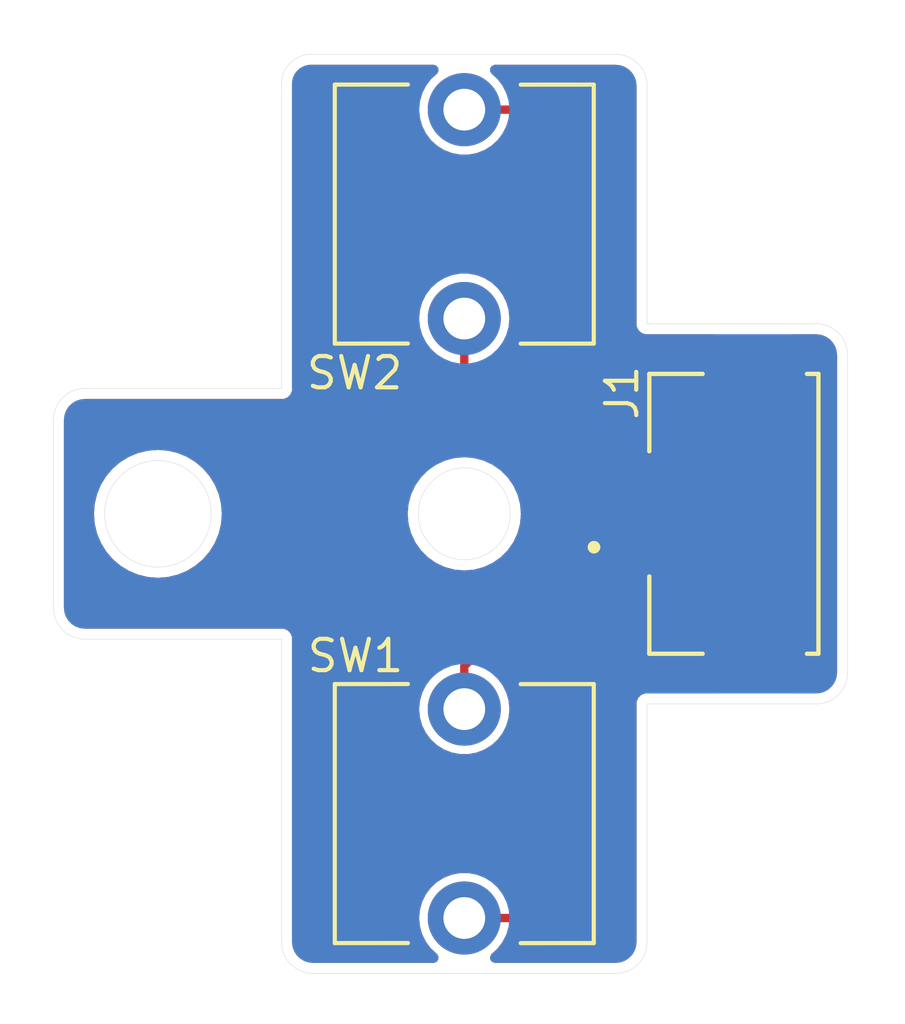
<source format=kicad_pcb>
(kicad_pcb (version 20240108) (generator "pcbnew") (generator_version "8.0")
  (layers (0 "F.Cu" signal) (31 "B.Cu" signal) (34 "B.Paste" user) (35 "F.Paste" user) (36 "B.SilkS" user "B.Silkscreen") (37 "F.SilkS" user "F.Silkscreen") (38 "B.Mask" user) (39 "F.Mask" user) (44 "Edge.Cuts" user))
  (net 0 "")
  (net 1 "Net-(J1-Pin_1)")
  (net 2 "Net-(J1-Pin_2)")
  (net 3 "Net-(J1-Pin_4)")
  (net 4 "Net-(J1-Pin_3)")
  (footprint "hhl:EVQP0" (layer "F.Cu") (at 227.415265 146.265)
    (property "Reference" "SW2" (at -2.625265 3.805 0) (layer "F.SilkS") (effects (font (size 0.75 0.75) (thickness 0.1))))
    (property "Value" "EVQ-P0E07K")
    (fp_line (start -3.1 -3.1) (end -3.1 3.1) (stroke (width 0.1)) (layer "F.SilkS"))
    (fp_line (start -3.1 -3.1) (end -1.35 -3.101161) (stroke (width 0.1)) (layer "F.SilkS"))
    (fp_line (start -3.1 3.1) (end -1.35 3.098839) (stroke (width 0.1)) (layer "F.SilkS"))
    (fp_line (start 1.35 -3.098839) (end 3.1 -3.1) (stroke (width 0.1)) (layer "F.SilkS"))
    (fp_line (start 1.35 3.101161) (end 3.1 3.1) (stroke (width 0.1)) (layer "F.SilkS"))
    (fp_line (start 3.1 -3.1) (end 3.1 3.1) (stroke (width 0.1)) (layer "F.SilkS"))
    (pad "1" thru_hole circle (at 0 2.5) (size 1.75 1.75) (drill 1) (layers "*.Cu" "*.Mask" "B.Paste") (net 4 "Net-(J1-Pin_3)"))
    (pad "2" thru_hole circle (at 0 -2.5) (size 1.75 1.75) (drill 1) (layers "*.Cu" "*.Mask" "B.Paste") (net 3 "Net-(J1-Pin_4)"))
  )
  (footprint "hhl:5051100492" (layer "F.Cu") (at 233.87 153.44 90)
    (property "Reference" "J1" (at 2.9 -2.68 -90) (layer "F.SilkS") (effects (font (size 0.75 0.75) (thickness 0.1))))
    (property "Value" "Molex 505110-0492" (hide yes))
    (fp_line (start -0.799999 -3.4) (end -0.799999 -3.4) (stroke (width 0.2)) (layer "F.SilkS"))
    (fp_line (start -0.8 -3.3) (end -0.8 -3.3) (stroke (width 0.2)) (layer "F.SilkS"))
    (fp_line (start -0.8 -3.3) (end -0.8 -3.3) (stroke (width 0.2)) (layer "F.SilkS"))
    (fp_line (start 3.35 -2.025) (end 3.35 -2.025) (stroke (width 0.1)) (layer "F.SilkS"))
    (fp_line (start 3.35 -2.025) (end 3.35 -2.025) (stroke (width 0.1)) (layer "F.SilkS"))
    (fp_line (start 3.35 -2.025) (end 1.5 -2.025) (stroke (width 0.1)) (layer "F.SilkS"))
    (fp_line (start 3.35 -2.025) (end 3.35 -0.75) (stroke (width 0.1)) (layer "F.SilkS"))
    (fp_line (start 1.5 -2.025) (end 3.35 -2.025) (stroke (width 0.1)) (layer "F.SilkS"))
    (fp_line (start 1.5 -2.025) (end 1.5 -2.025) (stroke (width 0.1)) (layer "F.SilkS"))
    (fp_line (start -1.5 -2.025) (end -1.5 -2.025) (stroke (width 0.1)) (layer "F.SilkS"))
    (fp_line (start -1.5 -2.025) (end -3.35 -2.025) (stroke (width 0.1)) (layer "F.SilkS"))
    (fp_line (start -3.35 -2.025) (end -1.5 -2.025) (stroke (width 0.1)) (layer "F.SilkS"))
    (fp_line (start -3.35 -2.025) (end -3.35 -2.025) (stroke (width 0.1)) (layer "F.SilkS"))
    (fp_line (start -3.35 -2.025) (end -3.35 -2.025) (stroke (width 0.1)) (layer "F.SilkS"))
    (fp_line (start -3.35 -2.025) (end -3.35 -0.75) (stroke (width 0.1)) (layer "F.SilkS"))
    (fp_line (start 3.35 -0.75) (end 3.35 -2.025) (stroke (width 0.1)) (layer "F.SilkS"))
    (fp_line (start 3.35 -0.75) (end 3.35 -0.75) (stroke (width 0.1)) (layer "F.SilkS"))
    (fp_line (start -3.35 -0.75) (end -3.35 -2.025) (stroke (width 0.1)) (layer "F.SilkS"))
    (fp_line (start -3.35 -0.75) (end -3.35 -0.75) (stroke (width 0.1)) (layer "F.SilkS"))
    (fp_line (start 3.35 1.75) (end 3.35 1.75) (stroke (width 0.1)) (layer "F.SilkS"))
    (fp_line (start 3.35 1.75) (end 3.35 2.025) (stroke (width 0.1)) (layer "F.SilkS"))
    (fp_line (start -3.35 1.75) (end -3.35 1.75) (stroke (width 0.1)) (layer "F.SilkS"))
    (fp_line (start -3.35 1.75) (end -3.35 2) (stroke (width 0.1)) (layer "F.SilkS"))
    (fp_line (start -3.35 2) (end -3.35 1.75) (stroke (width 0.1)) (layer "F.SilkS"))
    (fp_line (start -3.35 2) (end -3.35 2) (stroke (width 0.1)) (layer "F.SilkS"))
    (fp_line (start 3.35 2.025) (end 3.35 1.75) (stroke (width 0.1)) (layer "F.SilkS"))
    (fp_line (start 3.35 2.025) (end 3.35 2.025) (stroke (width 0.1)) (layer "F.SilkS"))
    (fp_line (start 3.35 2.025) (end 3.35 2.025) (stroke (width 0.1)) (layer "F.SilkS"))
    (fp_line (start 3.35 2.025) (end -3.35 2.025) (stroke (width 0.1)) (layer "F.SilkS"))
    (fp_line (start -3.35 2.025) (end 3.35 2.025) (stroke (width 0.1)) (layer "F.SilkS"))
    (fp_line (start -3.35 2.025) (end -3.35 2.025) (stroke (width 0.1)) (layer "F.SilkS"))
    (fp_arc (start -0.799999 -3.4) (mid -0.75 -3.349999) (end -0.8 -3.3) (stroke (width 0.2)) (layer "F.SilkS"))
    (fp_arc (start -0.799999 -3.4) (mid -0.75 -3.349999) (end -0.8 -3.3) (stroke (width 0.2)) (layer "F.SilkS"))
    (fp_arc (start -0.8 -3.3) (mid -0.85 -3.35) (end -0.799999 -3.4) (stroke (width 0.2)) (layer "F.SilkS"))
    (pad "1" smd rect (at -0.75 -2.225001 90) (size 0.3 1) (layers "F.Cu" "F.Paste" "F.Mask") (net 1 "Net-(J1-Pin_1)"))
    (pad "2" smd rect (at -0.25 -2.225 90) (size 0.3 1) (layers "F.Cu" "F.Paste" "F.Mask") (net 2 "Net-(J1-Pin_2)"))
    (pad "3" smd rect (at 0.25 -2.225 90) (size 0.3 1) (layers "F.Cu" "F.Paste" "F.Mask") (net 4 "Net-(J1-Pin_3)"))
    (pad "4" smd rect (at 0.75 -2.225001 90) (size 0.3 1) (layers "F.Cu" "F.Paste" "F.Mask") (net 3 "Net-(J1-Pin_4)"))
    (pad "MP1" smd rect (at -3.05 0.475 180) (size 1.3 2) (layers "F.Cu" "F.Paste" "F.Mask"))
    (pad "MP2" smd rect (at 3.05 0.475 180) (size 1.3 2) (layers "F.Cu" "F.Paste" "F.Mask"))
  )
  (footprint "hhl:EVQP0" (layer "F.Cu") (at 227.415265 160.615 180)
    (property "Reference" "SW1" (at 2.605265 3.775 0) (layer "F.SilkS") (effects (font (size 0.75 0.75) (thickness 0.1))))
    (property "Value" "EVQ-P0E07K")
    (fp_line (start 3.1 -3.1) (end 3.1 3.1) (stroke (width 0.1)) (layer "F.SilkS"))
    (fp_line (start 1.35 3.101161) (end 3.1 3.1) (stroke (width 0.1)) (layer "F.SilkS"))
    (fp_line (start 1.35 -3.098839) (end 3.1 -3.1) (stroke (width 0.1)) (layer "F.SilkS"))
    (fp_line (start -3.1 3.1) (end -1.35 3.098839) (stroke (width 0.1)) (layer "F.SilkS"))
    (fp_line (start -3.1 -3.1) (end -1.35 -3.101161) (stroke (width 0.1)) (layer "F.SilkS"))
    (fp_line (start -3.1 -3.1) (end -3.1 3.1) (stroke (width 0.1)) (layer "F.SilkS"))
    (pad "1" thru_hole circle (at 0 2.5 180) (size 1.75 1.75) (drill 1) (layers "*.Cu" "*.Mask" "B.Paste") (net 2 "Net-(J1-Pin_2)"))
    (pad "2" thru_hole circle (at 0 -2.5 180) (size 1.75 1.75) (drill 1) (layers "*.Cu" "*.Mask" "B.Paste") (net 1 "Net-(J1-Pin_1)"))
  )
  (gr_arc (start 235.84053 148.89) (mid 236.37086 149.10967) (end 236.59053 149.64) (stroke (width 0.01)) (layer "Edge.Cuts"))
  (gr_arc (start 218.33 156.44) (mid 217.79967 156.22033) (end 217.58 155.69) (stroke (width 0.01)) (layer "Edge.Cuts"))
  (gr_curve (pts (xy 223.040265 143.147107) (xy 223.040265 143.053741) (xy 223.058757 142.961293) (xy 223.094671 142.87511)) (stroke (width 0.01)) (layer "Edge.Cuts"))
  (gr_circle (center 220.08 153.44) (end 221.355 153.44) (stroke (width 0.01)) (fill none) (layer "Edge.Cuts"))
  (gr_line (start 217.58 151.19) (end 217.58 155.69) (stroke (width 0.01)) (layer "Edge.Cuts"))
  (gr_line (start 231.790265 148.89) (end 231.790265 143.19) (stroke (width 0.01)) (layer "Edge.Cuts"))
  (gr_curve (pts (xy 223.477186 142.493654) (xy 223.562858 142.458232) (xy 223.654666 142.44) (xy 223.747372 142.44)) (stroke (width 0.01)) (layer "Edge.Cuts"))
  (gr_line (start 223.790265 164.44) (end 231.040265 164.44) (stroke (width 0.01)) (layer "Edge.Cuts"))
  (gr_line (start 223.040265 156.44) (end 223.040265 163.69) (stroke (width 0.01)) (layer "Edge.Cuts"))
  (gr_arc (start 231.790265 163.69) (mid 231.570595 164.22033) (end 231.040265 164.44) (stroke (width 0.01)) (layer "Edge.Cuts"))
  (gr_line (start 231.790265 163.69) (end 231.790265 157.99) (stroke (width 0.01)) (layer "Edge.Cuts"))
  (gr_arc (start 231.040265 142.44) (mid 231.570595 142.65967) (end 231.790265 143.19) (stroke (width 0.01)) (layer "Edge.Cuts"))
  (gr_arc (start 217.58 151.19) (mid 217.79967 150.65967) (end 218.33 150.44) (stroke (width 0.01)) (layer "Edge.Cuts"))
  (gr_line (start 223.040265 150.44) (end 218.33 150.44) (stroke (width 0.01)) (layer "Edge.Cuts"))
  (gr_curve (pts (xy 223.25192 142.6426) (xy 223.316741 142.578942) (xy 223.393228 142.528369) (xy 223.477186 142.493654)) (stroke (width 0.01)) (layer "Edge.Cuts"))
  (gr_arc (start 236.59053 157.24) (mid 236.37086 157.77033) (end 235.84053 157.99) (stroke (width 0.01)) (layer "Edge.Cuts"))
  (gr_line (start 218.33 156.44) (end 223.040265 156.44) (stroke (width 0.01)) (layer "Edge.Cuts"))
  (gr_circle (center 227.415265 153.44) (end 228.515265 153.44) (stroke (width 0.01)) (fill none) (layer "Edge.Cuts"))
  (gr_line (start 223.040265 143.147107) (end 223.040265 150.44) (stroke (width 0.01)) (layer "Edge.Cuts"))
  (gr_line (start 236.59053 157.24) (end 236.59053 149.64) (stroke (width 0.01)) (layer "Edge.Cuts"))
  (gr_curve (pts (xy 223.094671 142.87511) (xy 223.131022 142.78788) (xy 223.184495 142.708815) (xy 223.25192 142.6426)) (stroke (width 0.01)) (layer "Edge.Cuts"))
  (gr_line (start 235.84053 148.89) (end 231.790265 148.89) (stroke (width 0.01)) (layer "Edge.Cuts"))
  (gr_line (start 231.040265 142.44) (end 223.747372 142.44) (stroke (width 0.01)) (layer "Edge.Cuts"))
  (gr_line (start 231.790265 157.99) (end 235.84053 157.99) (stroke (width 0.01)) (layer "Edge.Cuts"))
  (gr_arc (start 223.790265 164.44) (mid 223.259935 164.22033) (end 223.040265 163.69) (stroke (width 0.01)) (layer "Edge.Cuts"))
  (segment (start 230.8 162.48) (end 230.165 163.115) (width 0.2) (layer "F.Cu") (net 1))
  (segment (start 231.644999 154.19) (end 231.04 154.19) (width 0.2) (layer "F.Cu") (net 1))
  (segment (start 231.04 154.19) (end 230.8 154.43) (width 0.2) (layer "F.Cu") (net 1))
  (segment (start 230.165 163.115) (end 227.415265 163.115) (width 0.2) (layer "F.Cu") (net 1))
  (segment (start 230.8 154.43) (end 230.8 162.48) (width 0.2) (layer "F.Cu") (net 1))
  (segment (start 230.07 156.72) (end 230.39 156.4) (width 0.2) (layer "F.Cu") (net 2))
  (segment (start 227.415265 158.115) (end 227.415265 157.084735) (width 0.2) (layer "F.Cu") (net 2))
  (segment (start 227.415265 157.084735) (end 227.78 156.72) (width 0.2) (layer "F.Cu") (net 2))
  (segment (start 230.94 153.69) (end 231.645 153.69) (width 0.2) (layer "F.Cu") (net 2))
  (segment (start 230.39 156.4) (end 230.39 154.24) (width 0.2) (layer "F.Cu") (net 2))
  (segment (start 227.78 156.72) (end 230.07 156.72) (width 0.2) (layer "F.Cu") (net 2))
  (segment (start 230.39 154.24) (end 230.94 153.69) (width 0.2) (layer "F.Cu") (net 2))
  (segment (start 230.95 152.69) (end 230.79 152.53) (width 0.2) (layer "F.Cu") (net 3))
  (segment (start 230.79 152.53) (end 230.79 144.28) (width 0.2) (layer "F.Cu") (net 3))
  (segment (start 230.275 143.765) (end 227.415265 143.765) (width 0.2) (layer "F.Cu") (net 3))
  (segment (start 231.644999 152.69) (end 230.95 152.69) (width 0.2) (layer "F.Cu") (net 3))
  (segment (start 230.79 144.28) (end 230.275 143.765) (width 0.2) (layer "F.Cu") (net 3))
  (segment (start 230.38 150.55) (end 230.38 152.69) (width 0.2) (layer "F.Cu") (net 4))
  (segment (start 227.415265 149.945265) (end 227.6 150.13) (width 0.2) (layer "F.Cu") (net 4))
  (segment (start 230.88 153.19) (end 231.645 153.19) (width 0.2) (layer "F.Cu") (net 4))
  (segment (start 227.6 150.13) (end 229.96 150.13) (width 0.2) (layer "F.Cu") (net 4))
  (segment (start 230.38 152.69) (end 230.88 153.19) (width 0.2) (layer "F.Cu") (net 4))
  (segment (start 229.96 150.13) (end 230.38 150.55) (width 0.2) (layer "F.Cu") (net 4))
  (segment (start 227.415265 148.765) (end 227.415265 149.945265) (width 0.2) (layer "F.Cu") (net 4))
  (zone (net 0) (net_name "") (layers "F&B.Cu") (name "GND") (connect_pads (clearance 0.2)) (min_thickness 0.25) (fill yes (thermal_gap 0.5) (thermal_bridge_width 0.5) (island_removal_mode 1) (island_area_min 10))
    (polygon (pts (xy 216.3 141.19) (xy 237.98 141.14) (xy 237.87 165.67) (xy 216.3 165.29)))
  )
)
</source>
